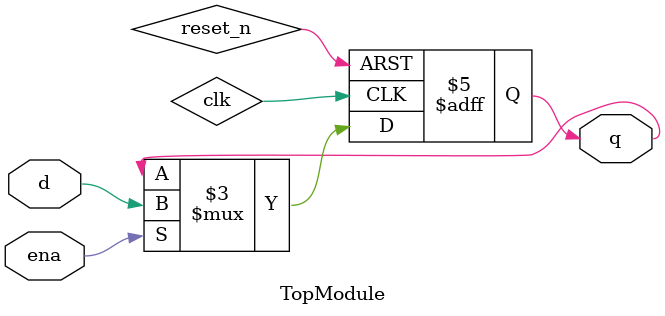
<source format=sv>

module TopModule (
  input d,
  input ena,
  output logic q
);

  always_ff @ (posedge clk or negedge reset_n) begin
    if (!reset_n)
      q <= 1'b0; // Optional: Reset logic to initialize `q` to a known state
    else if (ena)
      q <= d;
  end

endmodule

// VERILOG-EVAL: errant inclusion of module definition

</source>
